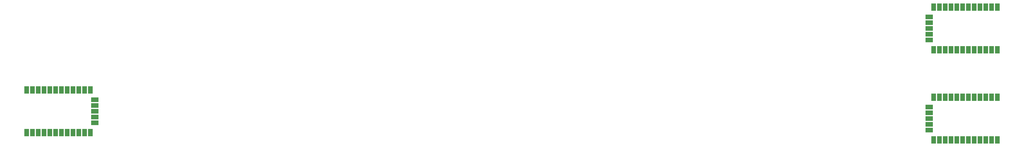
<source format=gbr>
G04 #@! TF.GenerationSoftware,KiCad,Pcbnew,(5.1.5)-3*
G04 #@! TF.CreationDate,2020-04-30T16:40:07-04:00*
G04 #@! TF.ProjectId,MiniVan,4d696e69-5661-46e2-9e6b-696361645f70,rev?*
G04 #@! TF.SameCoordinates,Original*
G04 #@! TF.FileFunction,Paste,Top*
G04 #@! TF.FilePolarity,Positive*
%FSLAX46Y46*%
G04 Gerber Fmt 4.6, Leading zero omitted, Abs format (unit mm)*
G04 Created by KiCad (PCBNEW (5.1.5)-3) date 2020-04-30 16:40:07*
%MOMM*%
%LPD*%
G04 APERTURE LIST*
%ADD10R,3.250000X2.000000*%
%ADD11R,2.000000X3.250000*%
G04 APERTURE END LIST*
D10*
X346075000Y-11430000D03*
X346075000Y-8890000D03*
X346075000Y-6350000D03*
X346075000Y-3810000D03*
X346075000Y-1270000D03*
D11*
X375920000Y-15748000D03*
X373380000Y-15748000D03*
X370840000Y-15748000D03*
X368300000Y-15748000D03*
X365760000Y-15748000D03*
X363220000Y-15748000D03*
X360680000Y-15748000D03*
X358140000Y-15748000D03*
X355600000Y-15748000D03*
X353060000Y-15748000D03*
X350520000Y-15748000D03*
X347980000Y-15748000D03*
X347980000Y3048000D03*
X350520000Y3048000D03*
X353060000Y3048000D03*
X355600000Y3048000D03*
X358140000Y3048000D03*
X360680000Y3048000D03*
X363220000Y3048000D03*
X365760000Y3048000D03*
X368300000Y3048000D03*
X370840000Y3048000D03*
X373380000Y3048000D03*
X375920000Y3048000D03*
D10*
X-19843750Y-37782500D03*
X-19843750Y-40322500D03*
X-19843750Y-42862500D03*
X-19843750Y-45402500D03*
X-19843750Y-47942500D03*
D11*
X-49688750Y-33464500D03*
X-47148750Y-33464500D03*
X-44608750Y-33464500D03*
X-42068750Y-33464500D03*
X-39528750Y-33464500D03*
X-36988750Y-33464500D03*
X-34448750Y-33464500D03*
X-31908750Y-33464500D03*
X-29368750Y-33464500D03*
X-26828750Y-33464500D03*
X-24288750Y-33464500D03*
X-21748750Y-33464500D03*
X-21748750Y-52260500D03*
X-24288750Y-52260500D03*
X-26828750Y-52260500D03*
X-29368750Y-52260500D03*
X-31908750Y-52260500D03*
X-34448750Y-52260500D03*
X-36988750Y-52260500D03*
X-39528750Y-52260500D03*
X-42068750Y-52260500D03*
X-44608750Y-52260500D03*
X-47148750Y-52260500D03*
X-49688750Y-52260500D03*
X375920000Y-36639500D03*
X373380000Y-36639500D03*
X370840000Y-36639500D03*
X368300000Y-36639500D03*
X365760000Y-36639500D03*
X363220000Y-36639500D03*
X360680000Y-36639500D03*
X358140000Y-36639500D03*
X355600000Y-36639500D03*
X353060000Y-36639500D03*
X350520000Y-36639500D03*
X347980000Y-36639500D03*
X347980000Y-55435500D03*
X350520000Y-55435500D03*
X353060000Y-55435500D03*
X355600000Y-55435500D03*
X358140000Y-55435500D03*
X360680000Y-55435500D03*
X363220000Y-55435500D03*
X365760000Y-55435500D03*
X368300000Y-55435500D03*
X370840000Y-55435500D03*
X373380000Y-55435500D03*
X375920000Y-55435500D03*
D10*
X346075000Y-40957500D03*
X346075000Y-43497500D03*
X346075000Y-46037500D03*
X346075000Y-48577500D03*
X346075000Y-51117500D03*
M02*

</source>
